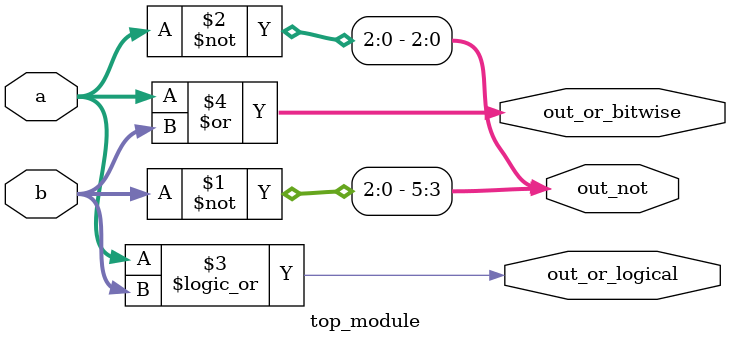
<source format=v>
module top_module( 
    input [2:0] a,
    input [2:0] b,
    output [2:0] out_or_bitwise,
    output out_or_logical,
    output [5:0] out_not
);
    assign out_not[5:3] = ~b;
    assign out_not[2:0] = ~a;
    assign out_or_logical = a||b;
    assign out_or_bitwise[2:0] = a[2:0]|b[2:0];

endmodule

</source>
